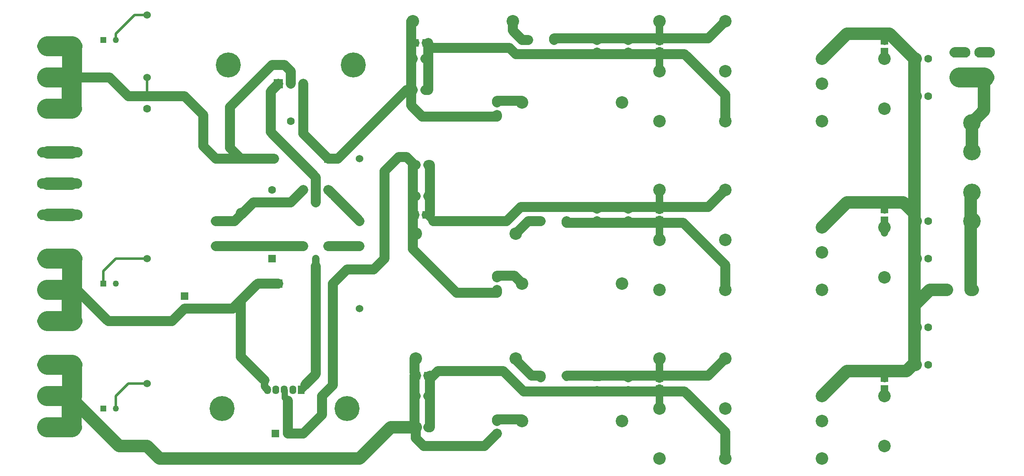
<source format=gbl>
G04 DipTrace 2.4.0.2*
%INpsu_1.GBL*%
%MOMM*%
%ADD13C,2.032*%
%ADD14C,1.524*%
%ADD15C,1.016*%
%ADD16C,1.27*%
%ADD17C,4.064*%
%ADD18C,0.508*%
%ADD19C,2.54*%
%ADD20C,1.3*%
%ADD22C,1.5*%
%ADD23C,1.4*%
%ADD25R,1.6X1.6*%
%ADD26C,1.6*%
%ADD27R,1.5X1.3*%
%ADD28R,1.3X1.5*%
%ADD29R,1.8X1.8*%
%ADD30C,1.8*%
%ADD32C,3.556*%
%ADD33R,1.5X1.5*%
%ADD34C,1.5*%
%ADD36R,1.27X1.27*%
%ADD37C,2.54*%
%ADD38C,1.524*%
%ADD39R,1.4X1.8*%
%ADD40O,1.4X1.8*%
%ADD41R,1.9X1.9*%
%ADD42C,1.9*%
%ADD46C,5.08*%
%FSLAX53Y53*%
G04*
G71*
G90*
G75*
G01*
%LNBottom*%
%LPD*%
X67150Y91280D2*
D13*
Y83660D1*
Y81120D1*
X72230Y76040D1*
X89375Y103980D2*
D14*
X89058D1*
D13*
Y99535D1*
D14*
X90010D1*
X89058D2*
D13*
Y96360D1*
D14*
X89375D1*
D13*
X89058D1*
Y90010D1*
X89375D1*
X88105D1*
X74135Y76040D1*
X72230D1*
X89058Y90010D2*
Y86835D1*
X91280Y84613D1*
X106520D1*
Y84930D1*
X90010Y60800D2*
D14*
X89375D1*
D13*
Y64610D1*
D14*
X90010D1*
X89375D2*
D13*
Y68420D1*
D14*
X90010D1*
D13*
X89375D1*
Y74770D1*
X90010D1*
Y60800D2*
X89375D1*
Y57625D1*
X98265Y48735D1*
X106520D1*
Y49370D1*
X90010Y74770D2*
X89693D1*
X88105Y76358D1*
X86518D1*
X83660Y73500D1*
Y55720D1*
X81438Y53498D1*
X75978D1*
X73120Y50640D1*
Y29940D1*
X70960Y27780D1*
Y23970D1*
X67150Y20160D1*
X63975D1*
Y26828D1*
D15*
X63340Y27463D1*
D16*
Y28964D1*
D15*
X63254Y29050D1*
X15160Y55720D2*
D17*
X20160D1*
X15160Y43020D2*
X20160D1*
X15080Y49370D2*
X20080D1*
X20160Y55720D2*
Y49370D1*
X20080D1*
Y43020D1*
X20160D1*
X20080Y49370D2*
D13*
Y50403D1*
X27463Y43020D1*
X35400D1*
X40480D1*
X43020Y45560D1*
X49370D2*
X52800D1*
X54450Y47210D1*
X62070Y50640D2*
X57880D1*
X54450Y47210D1*
Y35718D1*
X59213Y30955D1*
D14*
Y29671D1*
X59834Y29050D1*
X49370Y45560D2*
D13*
X43020D1*
X15160Y98900D2*
D17*
X20160D1*
X15080Y86200D2*
X20080D1*
X15080Y92550D2*
X20080D1*
X20160Y98900D2*
Y92550D1*
X20080D1*
Y86200D1*
X35400Y88740D2*
D18*
Y92550D1*
Y88740D2*
D13*
X31590D1*
X27780Y92550D1*
X20080D1*
X61180Y76040D2*
X54450D1*
X49370D1*
X46830Y78580D1*
Y84930D1*
X43020Y88740D1*
X35400D1*
X64610Y91280D2*
Y93820D1*
X63340Y95090D1*
X60800D1*
X52228Y86518D1*
Y78263D1*
X54450Y76040D1*
X78580Y63340D2*
X73299Y68621D1*
X72230Y69690D1*
X185260Y63663D2*
D20*
Y60981D1*
D14*
Y62070D1*
Y29373D2*
D20*
Y27961D1*
D14*
Y27780D1*
Y97953D2*
D20*
Y96541D1*
D14*
Y96360D1*
X15160Y77310D2*
D19*
X20160D1*
X15160Y64610D2*
X20160D1*
X15080Y70960D2*
X20080D1*
X139540Y69690D2*
D14*
Y65705D1*
D20*
Y65563D1*
Y93820D2*
D14*
Y97953D1*
Y25240D2*
Y29373D1*
Y28733D1*
D13*
X133190D1*
D14*
Y29050D1*
X139540Y97953D2*
Y97313D1*
D13*
X133190D1*
D14*
Y97630D1*
X139540Y65563D2*
Y66198D1*
D13*
X133190D1*
D14*
Y65880D1*
D13*
Y66198D1*
X126840D1*
Y65880D1*
X133190Y28733D2*
X126840D1*
D14*
Y29050D1*
X133190Y97630D2*
D13*
Y97313D1*
X126840D1*
Y97630D1*
X91910Y99535D2*
D14*
X92550D1*
D13*
Y96360D1*
D14*
X91915D1*
D13*
X92550D1*
Y90010D1*
X91915D1*
X126840Y97630D2*
D14*
Y97313D1*
D13*
X110330D1*
X109060Y98583D1*
X92863D1*
D14*
X91910Y99535D1*
X126840Y66198D2*
D13*
X111283D1*
X108425Y63340D1*
X93503D1*
D14*
X92233Y64610D1*
X91910D1*
X92868D1*
D13*
Y68420D1*
D14*
X92550D1*
D13*
X92868D1*
Y74770D1*
X92550D1*
X126840Y28733D2*
X111918D1*
X107790Y32860D1*
X94455D1*
X93185Y31590D1*
D14*
X92550D1*
X92230Y31910D1*
X92868D1*
D13*
Y27780D1*
D14*
X92550D1*
D13*
X92868D1*
Y21430D1*
X92550D1*
X152875Y69690D2*
X149383Y66198D1*
X140175D1*
D20*
X139540Y65563D1*
X152875Y15080D2*
D13*
Y20478D1*
X144620Y28733D1*
X140180D1*
D20*
X139540Y29373D1*
X152875Y83660D2*
D13*
Y89058D1*
X144620Y97313D1*
X140180D1*
D14*
X139540Y97953D1*
Y103980D2*
Y100488D1*
Y99853D1*
Y100488D2*
D13*
X133190D1*
D14*
Y100170D1*
D13*
Y100488D1*
X126840D1*
Y100170D1*
X152875Y103980D2*
X149383Y100488D1*
X139540D1*
X126840D2*
X118078D1*
Y100170D1*
X139540Y59530D2*
D14*
Y63663D1*
Y63023D1*
D13*
X133190D1*
D14*
Y63340D1*
D13*
Y63023D1*
X126840D1*
Y63340D1*
X152875Y49370D2*
Y54450D1*
X144303Y63023D1*
X140180D1*
D20*
X139540Y63663D1*
X126840Y63023D2*
D13*
X120618D1*
Y63340D1*
X200500Y92550D2*
D17*
X205500D1*
D19*
Y85800D1*
X203040Y83340D1*
Y77498D1*
X185260Y32860D2*
X189705D1*
X190975Y34130D1*
X191610D1*
X191293D1*
Y41750D1*
X191610D1*
Y63340D2*
X191293D1*
Y55720D1*
X191610D1*
X191293Y63340D2*
Y64928D1*
X189070Y67150D1*
X185260D1*
X191293Y63340D2*
Y88740D1*
X191610D1*
X191293D2*
Y96360D1*
X191610D1*
X191293D2*
X186213Y101440D1*
X185260D1*
Y65563D2*
D20*
Y65705D1*
D14*
Y67150D1*
Y31273D2*
D20*
Y32685D1*
D14*
Y32860D1*
Y101440D2*
Y101265D1*
D20*
Y99853D1*
Y67150D2*
D19*
X177640D1*
X172560Y62070D1*
X185260Y101440D2*
X177640D1*
X172560Y96360D1*
X185260Y32860D2*
X177640D1*
X172560Y27780D1*
X191293Y55720D2*
Y46654D1*
Y41750D1*
X197960Y49370D2*
X194468D1*
X191751Y46654D1*
X191293D1*
X203040Y63340D2*
X202723D1*
Y49370D1*
X203168D1*
X203040Y69182D2*
X202723D1*
Y63340D1*
X35400Y105250D2*
D18*
X32860D1*
X29050Y101440D1*
Y100170D1*
X35400Y55720D2*
X29050D1*
X26510Y53180D1*
Y50640D1*
X106520Y87470D2*
D13*
Y87788D1*
X111600D1*
Y87470D1*
X67150Y58260D2*
X60800D1*
X54450D1*
X49370D1*
X69690Y55720D2*
D22*
Y54208D1*
D13*
Y32225D1*
X67549Y30084D1*
D23*
X67708D1*
X66674Y29050D1*
X15080Y27780D2*
D17*
X20080D1*
X15080Y21430D2*
X20080D1*
X15160Y34130D2*
X20160D1*
Y27780D1*
X20080D1*
Y21430D1*
X35400Y17620D2*
D19*
X29685D1*
X20080Y27225D1*
Y27780D1*
X90010Y35400D2*
D13*
X89693D1*
Y32548D1*
D14*
X90330Y31910D1*
X89693D1*
D13*
Y27780D1*
X90010D1*
X89693D2*
Y21430D1*
X90010D1*
Y19208D1*
X91598Y17620D1*
X103980D1*
X106520Y20160D1*
X35400Y17620D2*
D19*
X37940Y15080D1*
X78580D1*
X84930Y21430D1*
X90010D1*
X106520Y51910D2*
D13*
Y52228D1*
X110013D1*
X111600Y50640D1*
X62070Y91280D2*
X60483Y89693D1*
Y81438D1*
X69690Y72230D1*
Y67150D1*
X106520Y22700D2*
Y23018D1*
X111600D1*
Y22700D1*
X112870Y100170D2*
X111600D1*
X109695Y102075D1*
Y103980D1*
X115410Y31590D2*
Y31908D1*
X113505D1*
X110013Y35400D1*
X110330D1*
X67150Y69690D2*
X64610Y67150D1*
X60800D1*
X56990D1*
X54640Y64800D1*
X54450Y64990D1*
Y64610D1*
X53180Y63340D1*
X49370D1*
X139540Y35400D2*
D14*
Y31273D1*
Y31908D1*
D13*
X133190D1*
Y31590D1*
D14*
Y31908D1*
D13*
X126840D1*
D14*
Y31590D1*
X152875Y35400D2*
D13*
X149383Y31908D1*
X140175D1*
D20*
X139540Y31273D1*
X126840Y31908D2*
D13*
X120618D1*
D14*
Y31590D1*
X35400Y30320D2*
D18*
X31590D1*
X29050Y27780D1*
Y25240D1*
X72230Y58260D2*
D13*
X73742D1*
X78580D1*
X115410Y63340D2*
X112870D1*
X110330Y60800D1*
D25*
X191610Y88740D3*
D26*
X194150D3*
D25*
X191610Y55720D3*
D26*
X194150D3*
D25*
X191610Y41750D3*
D26*
X194150D3*
Y96360D3*
D25*
X191610D3*
D26*
X194150Y63340D3*
D25*
X191610D3*
D26*
X194150Y34130D3*
D25*
X191610D3*
D27*
X185260Y65563D3*
Y63663D3*
Y99853D3*
Y97953D3*
Y31273D3*
Y29373D3*
X139540Y99853D3*
Y97953D3*
Y65563D3*
Y63663D3*
Y31273D3*
Y29373D3*
D26*
X133190Y97630D3*
D25*
Y100170D3*
D26*
Y63340D3*
D25*
Y65880D3*
D26*
Y29050D3*
D25*
Y31590D3*
X126840Y100170D3*
D26*
Y97630D3*
D25*
Y65880D3*
D26*
Y63340D3*
D25*
Y31590D3*
D26*
Y29050D3*
D28*
X91910Y64610D3*
X90010D3*
X90330Y31910D3*
X92230D3*
X90010Y99535D3*
X91910D3*
D26*
X91915Y96360D3*
D25*
X89375D3*
D26*
X90010Y68420D3*
D25*
X92550D3*
D26*
Y27780D3*
D25*
X90010D3*
X92550Y74770D3*
D26*
X90010D3*
D25*
X89375Y90010D3*
D26*
X91915D3*
D25*
X90010Y21430D3*
D26*
X92550D3*
X63975Y20160D3*
D25*
X61435D3*
D26*
X64610Y83660D3*
D25*
X67150D3*
X60800Y67150D3*
D26*
Y69690D3*
D25*
Y55720D3*
D26*
Y58260D3*
D25*
X35400Y88740D3*
D26*
Y86200D3*
D25*
X43020Y48100D3*
D26*
Y45560D3*
D29*
X72230Y76040D3*
D30*
X61180D3*
D29*
X62070Y50640D3*
D30*
X73120D3*
D29*
X54450Y76040D3*
D30*
Y64990D3*
D29*
Y58260D3*
D30*
Y47210D3*
D32*
X203040Y63340D3*
Y69182D3*
Y83340D3*
Y77498D3*
D33*
X106520Y84930D3*
D34*
Y87470D3*
D33*
Y51910D3*
D34*
Y49370D3*
D33*
Y20160D3*
D34*
Y22700D3*
D14*
X197960Y49370D3*
X203168D3*
X112870Y100170D3*
X118078D3*
X115410Y63340D3*
X120618D3*
X115410Y31590D3*
X120618D3*
D16*
X29050Y25240D3*
D36*
X26510D3*
D16*
X29050Y100170D3*
D36*
X26510D3*
D16*
X29050Y50640D3*
D36*
X26510D3*
D19*
X172560Y91280D3*
Y96360D3*
X152875Y83660D3*
Y103980D3*
Y93820D3*
X172560Y83660D3*
Y56990D3*
Y62070D3*
X152875Y49370D3*
Y69690D3*
Y59530D3*
X172560Y49370D3*
Y22700D3*
Y27780D3*
X152875Y15080D3*
Y35400D3*
Y25240D3*
X172560Y15080D3*
X139540Y93820D3*
Y83660D3*
Y103980D3*
X185260Y96360D3*
Y101440D3*
Y86200D3*
X139540Y59530D3*
Y49370D3*
Y69690D3*
X185260Y62070D3*
Y67150D3*
Y51910D3*
X139540Y25240D3*
Y15080D3*
Y35400D3*
X185260Y27780D3*
Y32860D3*
Y17620D3*
X89375Y103980D3*
D37*
X109695D3*
D19*
X90010Y60800D3*
D37*
X110330D3*
D19*
X90010Y35400D3*
D37*
X110330D3*
D14*
X78580Y63340D3*
D38*
Y76040D3*
D14*
Y58260D3*
D38*
Y45560D3*
D14*
X35400Y17620D3*
D38*
Y30320D3*
D14*
X49370Y76040D3*
D38*
Y63340D3*
D14*
Y58260D3*
D38*
Y45560D3*
D14*
X35400Y92550D3*
D38*
Y105250D3*
D14*
Y55720D3*
D38*
Y43020D3*
D19*
X131920Y87470D3*
D37*
X111600D3*
D19*
X131920Y50640D3*
D37*
X111600D3*
D19*
X131920Y22700D3*
D37*
X111600D3*
D33*
X72230Y69690D3*
D34*
X69690Y67150D3*
X67150Y69690D3*
D33*
X72230Y58260D3*
D34*
X69690Y55720D3*
X67150Y58260D3*
D39*
X66674Y29050D3*
D40*
X64964D3*
X63254D3*
X61544D3*
X59834D3*
D41*
X62070Y91280D3*
D42*
X64610D3*
X67150D3*
G36*
X21219Y65670D2*
X21581Y65606D1*
X21900Y65422D1*
X22137Y65141D1*
X22263Y64795D1*
Y64427D1*
X22138Y64081D1*
X21901Y63799D1*
X21583Y63615D1*
X21220Y63551D1*
X19101D1*
X18739Y63614D1*
X18420Y63798D1*
X18183Y64079D1*
X18057Y64425D1*
Y64793D1*
X18183Y65139D1*
X18419Y65421D1*
X18737Y65605D1*
X19100Y65670D1*
X21219D1*
G37*
G36*
X16219D2*
X16581Y65606D1*
X16900Y65422D1*
X17137Y65141D1*
X17263Y64795D1*
Y64427D1*
X17138Y64081D1*
X16901Y63799D1*
X16583Y63615D1*
X16220Y63551D1*
X14101D1*
X13739Y63614D1*
X13420Y63798D1*
X13183Y64079D1*
X13057Y64425D1*
Y64793D1*
X13183Y65139D1*
X13419Y65421D1*
X13737Y65605D1*
X14100Y65670D1*
X16219D1*
G37*
G36*
X14021Y69901D2*
X13659Y69964D1*
X13340Y70148D1*
X13103Y70429D1*
X12977Y70775D1*
Y71143D1*
X13103Y71489D1*
X13339Y71771D1*
X13657Y71955D1*
X14020Y72020D1*
X16139D1*
X16501Y71956D1*
X16820Y71772D1*
X17057Y71491D1*
X17183Y71145D1*
Y70777D1*
X17058Y70431D1*
X16821Y70149D1*
X16503Y69965D1*
X16140Y69901D1*
X14021D1*
G37*
G36*
X19021D2*
X18659Y69964D1*
X18340Y70148D1*
X18103Y70429D1*
X17977Y70775D1*
Y71143D1*
X18103Y71489D1*
X18339Y71771D1*
X18657Y71955D1*
X19020Y72020D1*
X21139D1*
X21501Y71956D1*
X21820Y71772D1*
X22057Y71491D1*
X22183Y71145D1*
Y70777D1*
X22058Y70431D1*
X21821Y70149D1*
X21503Y69965D1*
X21140Y69901D1*
X19021D1*
G37*
G36*
X21219Y78370D2*
X21581Y78306D1*
X21900Y78122D1*
X22137Y77841D1*
X22263Y77495D1*
Y77127D1*
X22138Y76781D1*
X21901Y76499D1*
X21583Y76315D1*
X21220Y76251D1*
X19101D1*
X18739Y76314D1*
X18420Y76498D1*
X18183Y76779D1*
X18057Y77125D1*
Y77493D1*
X18183Y77839D1*
X18419Y78121D1*
X18737Y78305D1*
X19100Y78370D1*
X21219D1*
G37*
G36*
X16219D2*
X16581Y78306D1*
X16900Y78122D1*
X17137Y77841D1*
X17263Y77495D1*
Y77127D1*
X17138Y76781D1*
X16901Y76499D1*
X16583Y76315D1*
X16220Y76251D1*
X14101D1*
X13739Y76314D1*
X13420Y76498D1*
X13183Y76779D1*
X13057Y77125D1*
Y77493D1*
X13183Y77839D1*
X13419Y78121D1*
X13737Y78305D1*
X14100Y78370D1*
X16219D1*
G37*
G36*
X199521Y96571D2*
X199159Y96634D1*
X198840Y96818D1*
X198603Y97099D1*
X198477Y97445D1*
Y97813D1*
X198603Y98159D1*
X198839Y98441D1*
X199157Y98625D1*
X199520Y98690D1*
X201639D1*
X202001Y98626D1*
X202320Y98442D1*
X202557Y98161D1*
X202683Y97815D1*
Y97447D1*
X202558Y97101D1*
X202321Y96819D1*
X202003Y96635D1*
X201640Y96571D1*
X199521D1*
G37*
G36*
X204521D2*
X204159Y96634D1*
X203840Y96818D1*
X203603Y97099D1*
X203477Y97445D1*
Y97813D1*
X203603Y98159D1*
X203839Y98441D1*
X204157Y98625D1*
X204520Y98690D1*
X206639D1*
X207001Y98626D1*
X207320Y98442D1*
X207557Y98161D1*
X207683Y97815D1*
Y97447D1*
X207558Y97101D1*
X207321Y96819D1*
X207003Y96635D1*
X206640Y96571D1*
X204521D1*
G37*
G36*
X14021Y26721D2*
X13659Y26784D1*
X13340Y26968D1*
X13103Y27249D1*
X12977Y27595D1*
Y27963D1*
X13103Y28309D1*
X13339Y28591D1*
X13657Y28775D1*
X14020Y28840D1*
X16139D1*
X16501Y28776D1*
X16820Y28592D1*
X17057Y28311D1*
X17183Y27965D1*
Y27597D1*
X17058Y27251D1*
X16821Y26969D1*
X16503Y26785D1*
X16140Y26721D1*
X14021D1*
G37*
G36*
X19021D2*
X18659Y26784D1*
X18340Y26968D1*
X18103Y27249D1*
X17977Y27595D1*
Y27963D1*
X18103Y28309D1*
X18339Y28591D1*
X18657Y28775D1*
X19020Y28840D1*
X21139D1*
X21501Y28776D1*
X21820Y28592D1*
X22057Y28311D1*
X22183Y27965D1*
Y27597D1*
X22058Y27251D1*
X21821Y26969D1*
X21503Y26785D1*
X21140Y26721D1*
X19021D1*
G37*
G36*
X14021Y20371D2*
X13659Y20434D1*
X13340Y20618D1*
X13103Y20899D1*
X12977Y21245D1*
Y21613D1*
X13103Y21959D1*
X13339Y22241D1*
X13657Y22425D1*
X14020Y22490D1*
X16139D1*
X16501Y22426D1*
X16820Y22242D1*
X17057Y21961D1*
X17183Y21615D1*
Y21247D1*
X17058Y20901D1*
X16821Y20619D1*
X16503Y20435D1*
X16140Y20371D1*
X14021D1*
G37*
G36*
X19021D2*
X18659Y20434D1*
X18340Y20618D1*
X18103Y20899D1*
X17977Y21245D1*
Y21613D1*
X18103Y21959D1*
X18339Y22241D1*
X18657Y22425D1*
X19020Y22490D1*
X21139D1*
X21501Y22426D1*
X21820Y22242D1*
X22057Y21961D1*
X22183Y21615D1*
Y21247D1*
X22058Y20901D1*
X21821Y20619D1*
X21503Y20435D1*
X21140Y20371D1*
X19021D1*
G37*
G36*
X21219Y35190D2*
X21581Y35126D1*
X21900Y34942D1*
X22137Y34661D1*
X22263Y34315D1*
Y33947D1*
X22138Y33601D1*
X21901Y33319D1*
X21583Y33135D1*
X21220Y33071D1*
X19101D1*
X18739Y33134D1*
X18420Y33318D1*
X18183Y33599D1*
X18057Y33945D1*
Y34313D1*
X18183Y34659D1*
X18419Y34941D1*
X18737Y35125D1*
X19100Y35190D1*
X21219D1*
G37*
G36*
X16219D2*
X16581Y35126D1*
X16900Y34942D1*
X17137Y34661D1*
X17263Y34315D1*
Y33947D1*
X17138Y33601D1*
X16901Y33319D1*
X16583Y33135D1*
X16220Y33071D1*
X14101D1*
X13739Y33134D1*
X13420Y33318D1*
X13183Y33599D1*
X13057Y33945D1*
Y34313D1*
X13183Y34659D1*
X13419Y34941D1*
X13737Y35125D1*
X14100Y35190D1*
X16219D1*
G37*
G36*
X199441Y91491D2*
X199079Y91554D1*
X198760Y91738D1*
X198523Y92019D1*
X198397Y92365D1*
Y92733D1*
X198523Y93079D1*
X198759Y93361D1*
X199077Y93545D1*
X199440Y93610D1*
X201559D1*
X201921Y93546D1*
X202240Y93362D1*
X202477Y93081D1*
X202603Y92735D1*
Y92367D1*
X202478Y92021D1*
X202241Y91739D1*
X201923Y91555D1*
X201560Y91491D1*
X199441D1*
G37*
G36*
X204441D2*
X204079Y91554D1*
X203760Y91738D1*
X203523Y92019D1*
X203397Y92365D1*
Y92733D1*
X203523Y93079D1*
X203759Y93361D1*
X204077Y93545D1*
X204440Y93610D1*
X206559D1*
X206921Y93546D1*
X207240Y93362D1*
X207477Y93081D1*
X207603Y92735D1*
Y92367D1*
X207478Y92021D1*
X207241Y91739D1*
X206923Y91555D1*
X206560Y91491D1*
X204441D1*
G37*
G36*
X21219Y99960D2*
X21581Y99896D1*
X21900Y99712D1*
X22137Y99431D1*
X22263Y99085D1*
Y98717D1*
X22138Y98371D1*
X21901Y98089D1*
X21583Y97905D1*
X21220Y97841D1*
X19101D1*
X18739Y97904D1*
X18420Y98088D1*
X18183Y98369D1*
X18057Y98715D1*
Y99083D1*
X18183Y99429D1*
X18419Y99711D1*
X18737Y99895D1*
X19100Y99960D1*
X21219D1*
G37*
G36*
X16219D2*
X16581Y99896D1*
X16900Y99712D1*
X17137Y99431D1*
X17263Y99085D1*
Y98717D1*
X17138Y98371D1*
X16901Y98089D1*
X16583Y97905D1*
X16220Y97841D1*
X14101D1*
X13739Y97904D1*
X13420Y98088D1*
X13183Y98369D1*
X13057Y98715D1*
Y99083D1*
X13183Y99429D1*
X13419Y99711D1*
X13737Y99895D1*
X14100Y99960D1*
X16219D1*
G37*
G36*
X14021Y91491D2*
X13659Y91554D1*
X13340Y91738D1*
X13103Y92019D1*
X12977Y92365D1*
Y92733D1*
X13103Y93079D1*
X13339Y93361D1*
X13657Y93545D1*
X14020Y93610D1*
X16139D1*
X16501Y93546D1*
X16820Y93362D1*
X17057Y93081D1*
X17183Y92735D1*
Y92367D1*
X17058Y92021D1*
X16821Y91739D1*
X16503Y91555D1*
X16140Y91491D1*
X14021D1*
G37*
G36*
X19021D2*
X18659Y91554D1*
X18340Y91738D1*
X18103Y92019D1*
X17977Y92365D1*
Y92733D1*
X18103Y93079D1*
X18339Y93361D1*
X18657Y93545D1*
X19020Y93610D1*
X21139D1*
X21501Y93546D1*
X21820Y93362D1*
X22057Y93081D1*
X22183Y92735D1*
Y92367D1*
X22058Y92021D1*
X21821Y91739D1*
X21503Y91555D1*
X21140Y91491D1*
X19021D1*
G37*
G36*
X14021Y85141D2*
X13659Y85204D1*
X13340Y85388D1*
X13103Y85669D1*
X12977Y86015D1*
Y86383D1*
X13103Y86729D1*
X13339Y87011D1*
X13657Y87195D1*
X14020Y87260D1*
X16139D1*
X16501Y87196D1*
X16820Y87012D1*
X17057Y86731D1*
X17183Y86385D1*
Y86017D1*
X17058Y85671D1*
X16821Y85389D1*
X16503Y85205D1*
X16140Y85141D1*
X14021D1*
G37*
G36*
X19021D2*
X18659Y85204D1*
X18340Y85388D1*
X18103Y85669D1*
X17977Y86015D1*
Y86383D1*
X18103Y86729D1*
X18339Y87011D1*
X18657Y87195D1*
X19020Y87260D1*
X21139D1*
X21501Y87196D1*
X21820Y87012D1*
X22057Y86731D1*
X22183Y86385D1*
Y86017D1*
X22058Y85671D1*
X21821Y85389D1*
X21503Y85205D1*
X21140Y85141D1*
X19021D1*
G37*
D46*
X50640Y25240D3*
X76040D3*
X51910Y95090D3*
X77310D3*
G36*
X21219Y56780D2*
X21581Y56716D1*
X21900Y56532D1*
X22137Y56251D1*
X22263Y55905D1*
Y55537D1*
X22138Y55191D1*
X21901Y54909D1*
X21583Y54725D1*
X21220Y54661D1*
X19101D1*
X18739Y54724D1*
X18420Y54908D1*
X18183Y55189D1*
X18057Y55535D1*
Y55903D1*
X18183Y56249D1*
X18419Y56531D1*
X18737Y56715D1*
X19100Y56780D1*
X21219D1*
G37*
G36*
X16219D2*
X16581Y56716D1*
X16900Y56532D1*
X17137Y56251D1*
X17263Y55905D1*
Y55537D1*
X17138Y55191D1*
X16901Y54909D1*
X16583Y54725D1*
X16220Y54661D1*
X14101D1*
X13739Y54724D1*
X13420Y54908D1*
X13183Y55189D1*
X13057Y55535D1*
Y55903D1*
X13183Y56249D1*
X13419Y56531D1*
X13737Y56715D1*
X14100Y56780D1*
X16219D1*
G37*
G36*
X21219Y44080D2*
X21581Y44016D1*
X21900Y43832D1*
X22137Y43551D1*
X22263Y43205D1*
Y42837D1*
X22138Y42491D1*
X21901Y42209D1*
X21583Y42025D1*
X21220Y41961D1*
X19101D1*
X18739Y42024D1*
X18420Y42208D1*
X18183Y42489D1*
X18057Y42835D1*
Y43203D1*
X18183Y43549D1*
X18419Y43831D1*
X18737Y44015D1*
X19100Y44080D1*
X21219D1*
G37*
G36*
X16219D2*
X16581Y44016D1*
X16900Y43832D1*
X17137Y43551D1*
X17263Y43205D1*
Y42837D1*
X17138Y42491D1*
X16901Y42209D1*
X16583Y42025D1*
X16220Y41961D1*
X14101D1*
X13739Y42024D1*
X13420Y42208D1*
X13183Y42489D1*
X13057Y42835D1*
Y43203D1*
X13183Y43549D1*
X13419Y43831D1*
X13737Y44015D1*
X14100Y44080D1*
X16219D1*
G37*
G36*
X14021Y48311D2*
X13659Y48374D1*
X13340Y48558D1*
X13103Y48839D1*
X12977Y49185D1*
Y49553D1*
X13103Y49899D1*
X13339Y50181D1*
X13657Y50365D1*
X14020Y50430D1*
X16139D1*
X16501Y50366D1*
X16820Y50182D1*
X17057Y49901D1*
X17183Y49555D1*
Y49187D1*
X17058Y48841D1*
X16821Y48559D1*
X16503Y48375D1*
X16140Y48311D1*
X14021D1*
G37*
G36*
X19021D2*
X18659Y48374D1*
X18340Y48558D1*
X18103Y48839D1*
X17977Y49185D1*
Y49553D1*
X18103Y49899D1*
X18339Y50181D1*
X18657Y50365D1*
X19020Y50430D1*
X21139D1*
X21501Y50366D1*
X21820Y50182D1*
X22057Y49901D1*
X22183Y49555D1*
Y49187D1*
X22058Y48841D1*
X21821Y48559D1*
X21503Y48375D1*
X21140Y48311D1*
X19021D1*
G37*
M02*

</source>
